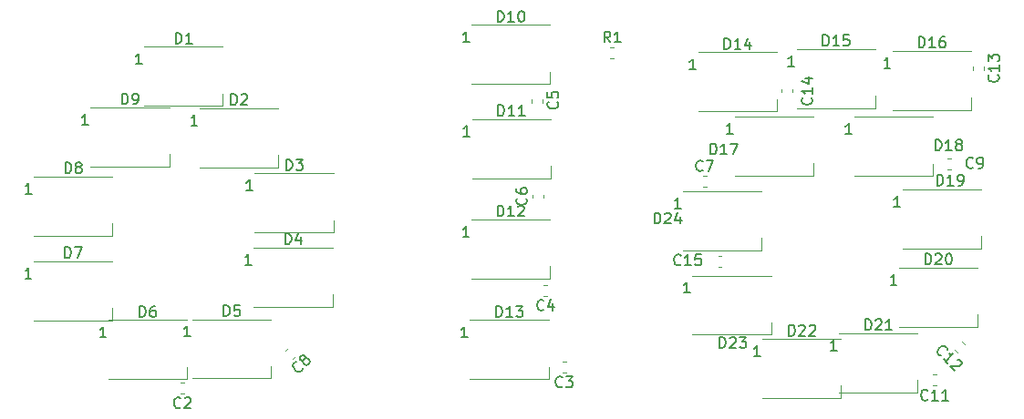
<source format=gbr>
%TF.GenerationSoftware,KiCad,Pcbnew,(5.1.6)-1*%
%TF.CreationDate,2020-12-18T17:10:49+11:00*%
%TF.ProjectId,HYD ISO Panel PCB V2,48594420-4953-44f2-9050-616e656c2050,rev?*%
%TF.SameCoordinates,Original*%
%TF.FileFunction,Legend,Top*%
%TF.FilePolarity,Positive*%
%FSLAX46Y46*%
G04 Gerber Fmt 4.6, Leading zero omitted, Abs format (unit mm)*
G04 Created by KiCad (PCBNEW (5.1.6)-1) date 2020-12-18 17:10:49*
%MOMM*%
%LPD*%
G01*
G04 APERTURE LIST*
%ADD10C,0.120000*%
%ADD11C,0.150000*%
G04 APERTURE END LIST*
D10*
%TO.C,R1*%
X131272161Y-66506820D02*
X131597719Y-66506820D01*
X131272161Y-65486820D02*
X131597719Y-65486820D01*
%TO.C,C15*%
X141274481Y-85930200D02*
X141600039Y-85930200D01*
X141274481Y-84910200D02*
X141600039Y-84910200D01*
%TO.C,C14*%
X147114800Y-69351841D02*
X147114800Y-69677399D01*
X148134800Y-69351841D02*
X148134800Y-69677399D01*
%TO.C,C13*%
X164960840Y-67266701D02*
X164960840Y-67592259D01*
X165980840Y-67266701D02*
X165980840Y-67592259D01*
%TO.C,C12*%
X164185760Y-93098891D02*
X163955555Y-92868686D01*
X163464511Y-93820140D02*
X163234306Y-93589935D01*
%TO.C,C11*%
X161541779Y-95918560D02*
X161216221Y-95918560D01*
X161541779Y-96938560D02*
X161216221Y-96938560D01*
%TO.C,C9*%
X162923339Y-75794140D02*
X162597781Y-75794140D01*
X162923339Y-76814140D02*
X162597781Y-76814140D01*
%TO.C,C8*%
X101318331Y-93461680D02*
X101088126Y-93691885D01*
X102039580Y-94182929D02*
X101809375Y-94413134D01*
%TO.C,C7*%
X139847201Y-78482920D02*
X140172759Y-78482920D01*
X139847201Y-77462920D02*
X140172759Y-77462920D01*
%TO.C,C6*%
X125020800Y-79507199D02*
X125020800Y-79181641D01*
X124000800Y-79507199D02*
X124000800Y-79181641D01*
%TO.C,C5*%
X124990320Y-70632439D02*
X124990320Y-70306881D01*
X123970320Y-70632439D02*
X123970320Y-70306881D01*
%TO.C,C4*%
X125410079Y-87559420D02*
X125084521Y-87559420D01*
X125410079Y-88579420D02*
X125084521Y-88579420D01*
%TO.C,C3*%
X127132399Y-94696820D02*
X126806841Y-94696820D01*
X127132399Y-95716820D02*
X126806841Y-95716820D01*
%TO.C,C2*%
X91691779Y-96647540D02*
X91366221Y-96647540D01*
X91691779Y-97667540D02*
X91366221Y-97667540D01*
%TO.C,D21*%
X152497600Y-92068000D02*
X159797600Y-92068000D01*
X152497600Y-97568000D02*
X159797600Y-97568000D01*
X159797600Y-97568000D02*
X159797600Y-96418000D01*
%TO.C,D22*%
X145397200Y-92601600D02*
X152697200Y-92601600D01*
X145397200Y-98101600D02*
X152697200Y-98101600D01*
X152697200Y-98101600D02*
X152697200Y-96951600D01*
%TO.C,D20*%
X158058000Y-85972000D02*
X165358000Y-85972000D01*
X158058000Y-91472000D02*
X165358000Y-91472000D01*
X165358000Y-91472000D02*
X165358000Y-90322000D01*
%TO.C,D23*%
X138883200Y-86708800D02*
X146183200Y-86708800D01*
X138883200Y-92208800D02*
X146183200Y-92208800D01*
X146183200Y-92208800D02*
X146183200Y-91058800D01*
%TO.C,D19*%
X158390400Y-78708000D02*
X165690400Y-78708000D01*
X158390400Y-84208000D02*
X165690400Y-84208000D01*
X165690400Y-84208000D02*
X165690400Y-83058000D01*
%TO.C,D24*%
X138019600Y-78860000D02*
X145319600Y-78860000D01*
X138019600Y-84360000D02*
X145319600Y-84360000D01*
X145319600Y-84360000D02*
X145319600Y-83210000D01*
%TO.C,D18*%
X153892400Y-71951200D02*
X161192400Y-71951200D01*
X153892400Y-77451200D02*
X161192400Y-77451200D01*
X161192400Y-77451200D02*
X161192400Y-76301200D01*
%TO.C,D17*%
X142857200Y-71926000D02*
X150157200Y-71926000D01*
X142857200Y-77426000D02*
X150157200Y-77426000D01*
X150157200Y-77426000D02*
X150157200Y-76276000D01*
%TO.C,D16*%
X157476000Y-65804400D02*
X164776000Y-65804400D01*
X157476000Y-71304400D02*
X164776000Y-71304400D01*
X164776000Y-71304400D02*
X164776000Y-70154400D01*
%TO.C,D15*%
X148558400Y-65652000D02*
X155858400Y-65652000D01*
X148558400Y-71152000D02*
X155858400Y-71152000D01*
X155858400Y-71152000D02*
X155858400Y-70002000D01*
%TO.C,D14*%
X139414400Y-65956800D02*
X146714400Y-65956800D01*
X139414400Y-71456800D02*
X146714400Y-71456800D01*
X146714400Y-71456800D02*
X146714400Y-70306800D01*
%TO.C,D13*%
X118230800Y-90848800D02*
X125530800Y-90848800D01*
X118230800Y-96348800D02*
X125530800Y-96348800D01*
X125530800Y-96348800D02*
X125530800Y-95198800D01*
%TO.C,D12*%
X118360000Y-81501600D02*
X125660000Y-81501600D01*
X118360000Y-87001600D02*
X125660000Y-87001600D01*
X125660000Y-87001600D02*
X125660000Y-85851600D01*
%TO.C,D11*%
X118410800Y-72154400D02*
X125710800Y-72154400D01*
X118410800Y-77654400D02*
X125710800Y-77654400D01*
X125710800Y-77654400D02*
X125710800Y-76504400D01*
%TO.C,D10*%
X118371600Y-63416800D02*
X125671600Y-63416800D01*
X118371600Y-68916800D02*
X125671600Y-68916800D01*
X125671600Y-68916800D02*
X125671600Y-67766800D01*
%TO.C,D9*%
X83003200Y-71087600D02*
X90303200Y-71087600D01*
X83003200Y-76587600D02*
X90303200Y-76587600D01*
X90303200Y-76587600D02*
X90303200Y-75437600D01*
%TO.C,D8*%
X77743200Y-77488800D02*
X85043200Y-77488800D01*
X77743200Y-82988800D02*
X85043200Y-82988800D01*
X85043200Y-82988800D02*
X85043200Y-81838800D01*
%TO.C,D7*%
X77720000Y-85362800D02*
X85020000Y-85362800D01*
X77720000Y-90862800D02*
X85020000Y-90862800D01*
X85020000Y-90862800D02*
X85020000Y-89712800D01*
%TO.C,D6*%
X84652000Y-90848800D02*
X91952000Y-90848800D01*
X84652000Y-96348800D02*
X91952000Y-96348800D01*
X91952000Y-96348800D02*
X91952000Y-95198800D01*
%TO.C,D5*%
X92463600Y-90772800D02*
X99763600Y-90772800D01*
X92463600Y-96272800D02*
X99763600Y-96272800D01*
X99763600Y-96272800D02*
X99763600Y-95122800D01*
%TO.C,D4*%
X98164800Y-84092400D02*
X105464800Y-84092400D01*
X98164800Y-89592400D02*
X105464800Y-89592400D01*
X105464800Y-89592400D02*
X105464800Y-88442400D01*
%TO.C,D3*%
X98254800Y-77209200D02*
X105554800Y-77209200D01*
X98254800Y-82709200D02*
X105554800Y-82709200D01*
X105554800Y-82709200D02*
X105554800Y-81559200D01*
%TO.C,D2*%
X93135600Y-71138400D02*
X100435600Y-71138400D01*
X93135600Y-76638400D02*
X100435600Y-76638400D01*
X100435600Y-76638400D02*
X100435600Y-75488400D01*
%TO.C,D1*%
X87981600Y-65448800D02*
X95281600Y-65448800D01*
X87981600Y-70948800D02*
X95281600Y-70948800D01*
X95281600Y-70948800D02*
X95281600Y-69798800D01*
%TO.C,R1*%
D11*
X131268273Y-65019200D02*
X130934940Y-64543010D01*
X130696844Y-65019200D02*
X130696844Y-64019200D01*
X131077797Y-64019200D01*
X131173035Y-64066820D01*
X131220654Y-64114439D01*
X131268273Y-64209677D01*
X131268273Y-64352534D01*
X131220654Y-64447772D01*
X131173035Y-64495391D01*
X131077797Y-64543010D01*
X130696844Y-64543010D01*
X132220654Y-65019200D02*
X131649225Y-65019200D01*
X131934940Y-65019200D02*
X131934940Y-64019200D01*
X131839701Y-64162058D01*
X131744463Y-64257296D01*
X131649225Y-64304915D01*
%TO.C,C15*%
X137807142Y-85657142D02*
X137759523Y-85704761D01*
X137616666Y-85752380D01*
X137521428Y-85752380D01*
X137378571Y-85704761D01*
X137283333Y-85609523D01*
X137235714Y-85514285D01*
X137188095Y-85323809D01*
X137188095Y-85180952D01*
X137235714Y-84990476D01*
X137283333Y-84895238D01*
X137378571Y-84800000D01*
X137521428Y-84752380D01*
X137616666Y-84752380D01*
X137759523Y-84800000D01*
X137807142Y-84847619D01*
X138759523Y-85752380D02*
X138188095Y-85752380D01*
X138473809Y-85752380D02*
X138473809Y-84752380D01*
X138378571Y-84895238D01*
X138283333Y-84990476D01*
X138188095Y-85038095D01*
X139664285Y-84752380D02*
X139188095Y-84752380D01*
X139140476Y-85228571D01*
X139188095Y-85180952D01*
X139283333Y-85133333D01*
X139521428Y-85133333D01*
X139616666Y-85180952D01*
X139664285Y-85228571D01*
X139711904Y-85323809D01*
X139711904Y-85561904D01*
X139664285Y-85657142D01*
X139616666Y-85704761D01*
X139521428Y-85752380D01*
X139283333Y-85752380D01*
X139188095Y-85704761D01*
X139140476Y-85657142D01*
%TO.C,C14*%
X149932142Y-70192857D02*
X149979761Y-70240476D01*
X150027380Y-70383333D01*
X150027380Y-70478571D01*
X149979761Y-70621428D01*
X149884523Y-70716666D01*
X149789285Y-70764285D01*
X149598809Y-70811904D01*
X149455952Y-70811904D01*
X149265476Y-70764285D01*
X149170238Y-70716666D01*
X149075000Y-70621428D01*
X149027380Y-70478571D01*
X149027380Y-70383333D01*
X149075000Y-70240476D01*
X149122619Y-70192857D01*
X150027380Y-69240476D02*
X150027380Y-69811904D01*
X150027380Y-69526190D02*
X149027380Y-69526190D01*
X149170238Y-69621428D01*
X149265476Y-69716666D01*
X149313095Y-69811904D01*
X149360714Y-68383333D02*
X150027380Y-68383333D01*
X148979761Y-68621428D02*
X149694047Y-68859523D01*
X149694047Y-68240476D01*
%TO.C,C13*%
X167257982Y-68072337D02*
X167305601Y-68119956D01*
X167353220Y-68262813D01*
X167353220Y-68358051D01*
X167305601Y-68500908D01*
X167210363Y-68596146D01*
X167115125Y-68643765D01*
X166924649Y-68691384D01*
X166781792Y-68691384D01*
X166591316Y-68643765D01*
X166496078Y-68596146D01*
X166400840Y-68500908D01*
X166353220Y-68358051D01*
X166353220Y-68262813D01*
X166400840Y-68119956D01*
X166448459Y-68072337D01*
X167353220Y-67119956D02*
X167353220Y-67691384D01*
X167353220Y-67405670D02*
X166353220Y-67405670D01*
X166496078Y-67500908D01*
X166591316Y-67596146D01*
X166638935Y-67691384D01*
X166353220Y-66786622D02*
X166353220Y-66167575D01*
X166734173Y-66500908D01*
X166734173Y-66358051D01*
X166781792Y-66262813D01*
X166829411Y-66215194D01*
X166924649Y-66167575D01*
X167162744Y-66167575D01*
X167257982Y-66215194D01*
X167305601Y-66262813D01*
X167353220Y-66358051D01*
X167353220Y-66643765D01*
X167305601Y-66739003D01*
X167257982Y-66786622D01*
%TO.C,C12*%
X161991763Y-94153545D02*
X161924419Y-94153545D01*
X161789732Y-94086201D01*
X161722389Y-94018858D01*
X161655045Y-93884171D01*
X161655045Y-93749484D01*
X161688717Y-93648469D01*
X161789732Y-93480110D01*
X161890747Y-93379095D01*
X162059106Y-93278079D01*
X162160121Y-93244408D01*
X162294808Y-93244408D01*
X162429495Y-93311751D01*
X162496839Y-93379095D01*
X162564182Y-93513782D01*
X162564182Y-93581125D01*
X162597854Y-94894324D02*
X162193793Y-94490263D01*
X162395824Y-94692293D02*
X163102931Y-93985186D01*
X162934572Y-94018858D01*
X162799885Y-94018858D01*
X162698870Y-93985186D01*
X163506992Y-94523934D02*
X163574335Y-94523934D01*
X163675350Y-94557606D01*
X163843709Y-94725965D01*
X163877381Y-94826980D01*
X163877381Y-94894324D01*
X163843709Y-94995339D01*
X163776366Y-95062682D01*
X163641679Y-95130026D01*
X162833557Y-95130026D01*
X163271289Y-95567759D01*
%TO.C,C11*%
X160736142Y-98215702D02*
X160688523Y-98263321D01*
X160545666Y-98310940D01*
X160450428Y-98310940D01*
X160307571Y-98263321D01*
X160212333Y-98168083D01*
X160164714Y-98072845D01*
X160117095Y-97882369D01*
X160117095Y-97739512D01*
X160164714Y-97549036D01*
X160212333Y-97453798D01*
X160307571Y-97358560D01*
X160450428Y-97310940D01*
X160545666Y-97310940D01*
X160688523Y-97358560D01*
X160736142Y-97406179D01*
X161688523Y-98310940D02*
X161117095Y-98310940D01*
X161402809Y-98310940D02*
X161402809Y-97310940D01*
X161307571Y-97453798D01*
X161212333Y-97549036D01*
X161117095Y-97596655D01*
X162640904Y-98310940D02*
X162069476Y-98310940D01*
X162355190Y-98310940D02*
X162355190Y-97310940D01*
X162259952Y-97453798D01*
X162164714Y-97549036D01*
X162069476Y-97596655D01*
%TO.C,C9*%
X164933333Y-76632142D02*
X164885714Y-76679761D01*
X164742857Y-76727380D01*
X164647619Y-76727380D01*
X164504761Y-76679761D01*
X164409523Y-76584523D01*
X164361904Y-76489285D01*
X164314285Y-76298809D01*
X164314285Y-76155952D01*
X164361904Y-75965476D01*
X164409523Y-75870238D01*
X164504761Y-75775000D01*
X164647619Y-75727380D01*
X164742857Y-75727380D01*
X164885714Y-75775000D01*
X164933333Y-75822619D01*
X165409523Y-76727380D02*
X165600000Y-76727380D01*
X165695238Y-76679761D01*
X165742857Y-76632142D01*
X165838095Y-76489285D01*
X165885714Y-76298809D01*
X165885714Y-75917857D01*
X165838095Y-75822619D01*
X165790476Y-75775000D01*
X165695238Y-75727380D01*
X165504761Y-75727380D01*
X165409523Y-75775000D01*
X165361904Y-75822619D01*
X165314285Y-75917857D01*
X165314285Y-76155952D01*
X165361904Y-76251190D01*
X165409523Y-76298809D01*
X165504761Y-76346428D01*
X165695238Y-76346428D01*
X165790476Y-76298809D01*
X165838095Y-76251190D01*
X165885714Y-76155952D01*
%TO.C,C8*%
X102709703Y-95318959D02*
X102709703Y-95386302D01*
X102642359Y-95520989D01*
X102575016Y-95588333D01*
X102440328Y-95655676D01*
X102305641Y-95655676D01*
X102204626Y-95622005D01*
X102036267Y-95520989D01*
X101935252Y-95419974D01*
X101834237Y-95251615D01*
X101800565Y-95150600D01*
X101800565Y-95015913D01*
X101867909Y-94881226D01*
X101935252Y-94813882D01*
X102069939Y-94746539D01*
X102137283Y-94746539D01*
X102777046Y-94578180D02*
X102676031Y-94611852D01*
X102608687Y-94611852D01*
X102507672Y-94578180D01*
X102474000Y-94544508D01*
X102440328Y-94443493D01*
X102440328Y-94376150D01*
X102474000Y-94275134D01*
X102608687Y-94140447D01*
X102709703Y-94106776D01*
X102777046Y-94106776D01*
X102878061Y-94140447D01*
X102911733Y-94174119D01*
X102945405Y-94275134D01*
X102945405Y-94342478D01*
X102911733Y-94443493D01*
X102777046Y-94578180D01*
X102743374Y-94679195D01*
X102743374Y-94746539D01*
X102777046Y-94847554D01*
X102911733Y-94982241D01*
X103012748Y-95015913D01*
X103080092Y-95015913D01*
X103181107Y-94982241D01*
X103315794Y-94847554D01*
X103349466Y-94746539D01*
X103349466Y-94679195D01*
X103315794Y-94578180D01*
X103181107Y-94443493D01*
X103080092Y-94409821D01*
X103012748Y-94409821D01*
X102911733Y-94443493D01*
%TO.C,C7*%
X139843313Y-76900062D02*
X139795694Y-76947681D01*
X139652837Y-76995300D01*
X139557599Y-76995300D01*
X139414741Y-76947681D01*
X139319503Y-76852443D01*
X139271884Y-76757205D01*
X139224265Y-76566729D01*
X139224265Y-76423872D01*
X139271884Y-76233396D01*
X139319503Y-76138158D01*
X139414741Y-76042920D01*
X139557599Y-75995300D01*
X139652837Y-75995300D01*
X139795694Y-76042920D01*
X139843313Y-76090539D01*
X140176646Y-75995300D02*
X140843313Y-75995300D01*
X140414741Y-76995300D01*
%TO.C,C6*%
X123437942Y-79511086D02*
X123485561Y-79558705D01*
X123533180Y-79701562D01*
X123533180Y-79796800D01*
X123485561Y-79939658D01*
X123390323Y-80034896D01*
X123295085Y-80082515D01*
X123104609Y-80130134D01*
X122961752Y-80130134D01*
X122771276Y-80082515D01*
X122676038Y-80034896D01*
X122580800Y-79939658D01*
X122533180Y-79796800D01*
X122533180Y-79701562D01*
X122580800Y-79558705D01*
X122628419Y-79511086D01*
X122533180Y-78653943D02*
X122533180Y-78844420D01*
X122580800Y-78939658D01*
X122628419Y-78987277D01*
X122771276Y-79082515D01*
X122961752Y-79130134D01*
X123342704Y-79130134D01*
X123437942Y-79082515D01*
X123485561Y-79034896D01*
X123533180Y-78939658D01*
X123533180Y-78749181D01*
X123485561Y-78653943D01*
X123437942Y-78606324D01*
X123342704Y-78558705D01*
X123104609Y-78558705D01*
X123009371Y-78606324D01*
X122961752Y-78653943D01*
X122914133Y-78749181D01*
X122914133Y-78939658D01*
X122961752Y-79034896D01*
X123009371Y-79082515D01*
X123104609Y-79130134D01*
%TO.C,C5*%
X126332142Y-70566666D02*
X126379761Y-70614285D01*
X126427380Y-70757142D01*
X126427380Y-70852380D01*
X126379761Y-70995238D01*
X126284523Y-71090476D01*
X126189285Y-71138095D01*
X125998809Y-71185714D01*
X125855952Y-71185714D01*
X125665476Y-71138095D01*
X125570238Y-71090476D01*
X125475000Y-70995238D01*
X125427380Y-70852380D01*
X125427380Y-70757142D01*
X125475000Y-70614285D01*
X125522619Y-70566666D01*
X125427380Y-69661904D02*
X125427380Y-70138095D01*
X125903571Y-70185714D01*
X125855952Y-70138095D01*
X125808333Y-70042857D01*
X125808333Y-69804761D01*
X125855952Y-69709523D01*
X125903571Y-69661904D01*
X125998809Y-69614285D01*
X126236904Y-69614285D01*
X126332142Y-69661904D01*
X126379761Y-69709523D01*
X126427380Y-69804761D01*
X126427380Y-70042857D01*
X126379761Y-70138095D01*
X126332142Y-70185714D01*
%TO.C,C4*%
X125080633Y-89856562D02*
X125033014Y-89904181D01*
X124890157Y-89951800D01*
X124794919Y-89951800D01*
X124652061Y-89904181D01*
X124556823Y-89808943D01*
X124509204Y-89713705D01*
X124461585Y-89523229D01*
X124461585Y-89380372D01*
X124509204Y-89189896D01*
X124556823Y-89094658D01*
X124652061Y-88999420D01*
X124794919Y-88951800D01*
X124890157Y-88951800D01*
X125033014Y-88999420D01*
X125080633Y-89047039D01*
X125937776Y-89285134D02*
X125937776Y-89951800D01*
X125699680Y-88904181D02*
X125461585Y-89618467D01*
X126080633Y-89618467D01*
%TO.C,C3*%
X126802953Y-96993962D02*
X126755334Y-97041581D01*
X126612477Y-97089200D01*
X126517239Y-97089200D01*
X126374381Y-97041581D01*
X126279143Y-96946343D01*
X126231524Y-96851105D01*
X126183905Y-96660629D01*
X126183905Y-96517772D01*
X126231524Y-96327296D01*
X126279143Y-96232058D01*
X126374381Y-96136820D01*
X126517239Y-96089200D01*
X126612477Y-96089200D01*
X126755334Y-96136820D01*
X126802953Y-96184439D01*
X127136286Y-96089200D02*
X127755334Y-96089200D01*
X127422000Y-96470153D01*
X127564858Y-96470153D01*
X127660096Y-96517772D01*
X127707715Y-96565391D01*
X127755334Y-96660629D01*
X127755334Y-96898724D01*
X127707715Y-96993962D01*
X127660096Y-97041581D01*
X127564858Y-97089200D01*
X127279143Y-97089200D01*
X127183905Y-97041581D01*
X127136286Y-96993962D01*
%TO.C,C2*%
X91362333Y-98944682D02*
X91314714Y-98992301D01*
X91171857Y-99039920D01*
X91076619Y-99039920D01*
X90933761Y-98992301D01*
X90838523Y-98897063D01*
X90790904Y-98801825D01*
X90743285Y-98611349D01*
X90743285Y-98468492D01*
X90790904Y-98278016D01*
X90838523Y-98182778D01*
X90933761Y-98087540D01*
X91076619Y-98039920D01*
X91171857Y-98039920D01*
X91314714Y-98087540D01*
X91362333Y-98135159D01*
X91743285Y-98135159D02*
X91790904Y-98087540D01*
X91886142Y-98039920D01*
X92124238Y-98039920D01*
X92219476Y-98087540D01*
X92267095Y-98135159D01*
X92314714Y-98230397D01*
X92314714Y-98325635D01*
X92267095Y-98468492D01*
X91695666Y-99039920D01*
X92314714Y-99039920D01*
%TO.C,D21*%
X154933314Y-91770380D02*
X154933314Y-90770380D01*
X155171409Y-90770380D01*
X155314266Y-90818000D01*
X155409504Y-90913238D01*
X155457123Y-91008476D01*
X155504742Y-91198952D01*
X155504742Y-91341809D01*
X155457123Y-91532285D01*
X155409504Y-91627523D01*
X155314266Y-91722761D01*
X155171409Y-91770380D01*
X154933314Y-91770380D01*
X155885695Y-90865619D02*
X155933314Y-90818000D01*
X156028552Y-90770380D01*
X156266647Y-90770380D01*
X156361885Y-90818000D01*
X156409504Y-90865619D01*
X156457123Y-90960857D01*
X156457123Y-91056095D01*
X156409504Y-91198952D01*
X155838076Y-91770380D01*
X156457123Y-91770380D01*
X157409504Y-91770380D02*
X156838076Y-91770380D01*
X157123790Y-91770380D02*
X157123790Y-90770380D01*
X157028552Y-90913238D01*
X156933314Y-91008476D01*
X156838076Y-91056095D01*
X152283314Y-93670380D02*
X151711885Y-93670380D01*
X151997600Y-93670380D02*
X151997600Y-92670380D01*
X151902361Y-92813238D01*
X151807123Y-92908476D01*
X151711885Y-92956095D01*
%TO.C,D22*%
X147832914Y-92303980D02*
X147832914Y-91303980D01*
X148071009Y-91303980D01*
X148213866Y-91351600D01*
X148309104Y-91446838D01*
X148356723Y-91542076D01*
X148404342Y-91732552D01*
X148404342Y-91875409D01*
X148356723Y-92065885D01*
X148309104Y-92161123D01*
X148213866Y-92256361D01*
X148071009Y-92303980D01*
X147832914Y-92303980D01*
X148785295Y-91399219D02*
X148832914Y-91351600D01*
X148928152Y-91303980D01*
X149166247Y-91303980D01*
X149261485Y-91351600D01*
X149309104Y-91399219D01*
X149356723Y-91494457D01*
X149356723Y-91589695D01*
X149309104Y-91732552D01*
X148737676Y-92303980D01*
X149356723Y-92303980D01*
X149737676Y-91399219D02*
X149785295Y-91351600D01*
X149880533Y-91303980D01*
X150118628Y-91303980D01*
X150213866Y-91351600D01*
X150261485Y-91399219D01*
X150309104Y-91494457D01*
X150309104Y-91589695D01*
X150261485Y-91732552D01*
X149690057Y-92303980D01*
X150309104Y-92303980D01*
X145182914Y-94203980D02*
X144611485Y-94203980D01*
X144897200Y-94203980D02*
X144897200Y-93203980D01*
X144801961Y-93346838D01*
X144706723Y-93442076D01*
X144611485Y-93489695D01*
%TO.C,D20*%
X160493714Y-85674380D02*
X160493714Y-84674380D01*
X160731809Y-84674380D01*
X160874666Y-84722000D01*
X160969904Y-84817238D01*
X161017523Y-84912476D01*
X161065142Y-85102952D01*
X161065142Y-85245809D01*
X161017523Y-85436285D01*
X160969904Y-85531523D01*
X160874666Y-85626761D01*
X160731809Y-85674380D01*
X160493714Y-85674380D01*
X161446095Y-84769619D02*
X161493714Y-84722000D01*
X161588952Y-84674380D01*
X161827047Y-84674380D01*
X161922285Y-84722000D01*
X161969904Y-84769619D01*
X162017523Y-84864857D01*
X162017523Y-84960095D01*
X161969904Y-85102952D01*
X161398476Y-85674380D01*
X162017523Y-85674380D01*
X162636571Y-84674380D02*
X162731809Y-84674380D01*
X162827047Y-84722000D01*
X162874666Y-84769619D01*
X162922285Y-84864857D01*
X162969904Y-85055333D01*
X162969904Y-85293428D01*
X162922285Y-85483904D01*
X162874666Y-85579142D01*
X162827047Y-85626761D01*
X162731809Y-85674380D01*
X162636571Y-85674380D01*
X162541333Y-85626761D01*
X162493714Y-85579142D01*
X162446095Y-85483904D01*
X162398476Y-85293428D01*
X162398476Y-85055333D01*
X162446095Y-84864857D01*
X162493714Y-84769619D01*
X162541333Y-84722000D01*
X162636571Y-84674380D01*
X157843714Y-87574380D02*
X157272285Y-87574380D01*
X157558000Y-87574380D02*
X157558000Y-86574380D01*
X157462761Y-86717238D01*
X157367523Y-86812476D01*
X157272285Y-86860095D01*
%TO.C,D23*%
X141410714Y-93427380D02*
X141410714Y-92427380D01*
X141648809Y-92427380D01*
X141791666Y-92475000D01*
X141886904Y-92570238D01*
X141934523Y-92665476D01*
X141982142Y-92855952D01*
X141982142Y-92998809D01*
X141934523Y-93189285D01*
X141886904Y-93284523D01*
X141791666Y-93379761D01*
X141648809Y-93427380D01*
X141410714Y-93427380D01*
X142363095Y-92522619D02*
X142410714Y-92475000D01*
X142505952Y-92427380D01*
X142744047Y-92427380D01*
X142839285Y-92475000D01*
X142886904Y-92522619D01*
X142934523Y-92617857D01*
X142934523Y-92713095D01*
X142886904Y-92855952D01*
X142315476Y-93427380D01*
X142934523Y-93427380D01*
X143267857Y-92427380D02*
X143886904Y-92427380D01*
X143553571Y-92808333D01*
X143696428Y-92808333D01*
X143791666Y-92855952D01*
X143839285Y-92903571D01*
X143886904Y-92998809D01*
X143886904Y-93236904D01*
X143839285Y-93332142D01*
X143791666Y-93379761D01*
X143696428Y-93427380D01*
X143410714Y-93427380D01*
X143315476Y-93379761D01*
X143267857Y-93332142D01*
X138668914Y-88311180D02*
X138097485Y-88311180D01*
X138383200Y-88311180D02*
X138383200Y-87311180D01*
X138287961Y-87454038D01*
X138192723Y-87549276D01*
X138097485Y-87596895D01*
%TO.C,D19*%
X161599714Y-78328780D02*
X161599714Y-77328780D01*
X161837809Y-77328780D01*
X161980666Y-77376400D01*
X162075904Y-77471638D01*
X162123523Y-77566876D01*
X162171142Y-77757352D01*
X162171142Y-77900209D01*
X162123523Y-78090685D01*
X162075904Y-78185923D01*
X161980666Y-78281161D01*
X161837809Y-78328780D01*
X161599714Y-78328780D01*
X163123523Y-78328780D02*
X162552095Y-78328780D01*
X162837809Y-78328780D02*
X162837809Y-77328780D01*
X162742571Y-77471638D01*
X162647333Y-77566876D01*
X162552095Y-77614495D01*
X163599714Y-78328780D02*
X163790190Y-78328780D01*
X163885428Y-78281161D01*
X163933047Y-78233542D01*
X164028285Y-78090685D01*
X164075904Y-77900209D01*
X164075904Y-77519257D01*
X164028285Y-77424019D01*
X163980666Y-77376400D01*
X163885428Y-77328780D01*
X163694952Y-77328780D01*
X163599714Y-77376400D01*
X163552095Y-77424019D01*
X163504476Y-77519257D01*
X163504476Y-77757352D01*
X163552095Y-77852590D01*
X163599714Y-77900209D01*
X163694952Y-77947828D01*
X163885428Y-77947828D01*
X163980666Y-77900209D01*
X164028285Y-77852590D01*
X164075904Y-77757352D01*
X158176114Y-80310380D02*
X157604685Y-80310380D01*
X157890400Y-80310380D02*
X157890400Y-79310380D01*
X157795161Y-79453238D01*
X157699923Y-79548476D01*
X157604685Y-79596095D01*
%TO.C,D24*%
X135360714Y-81877380D02*
X135360714Y-80877380D01*
X135598809Y-80877380D01*
X135741666Y-80925000D01*
X135836904Y-81020238D01*
X135884523Y-81115476D01*
X135932142Y-81305952D01*
X135932142Y-81448809D01*
X135884523Y-81639285D01*
X135836904Y-81734523D01*
X135741666Y-81829761D01*
X135598809Y-81877380D01*
X135360714Y-81877380D01*
X136313095Y-80972619D02*
X136360714Y-80925000D01*
X136455952Y-80877380D01*
X136694047Y-80877380D01*
X136789285Y-80925000D01*
X136836904Y-80972619D01*
X136884523Y-81067857D01*
X136884523Y-81163095D01*
X136836904Y-81305952D01*
X136265476Y-81877380D01*
X136884523Y-81877380D01*
X137741666Y-81210714D02*
X137741666Y-81877380D01*
X137503571Y-80829761D02*
X137265476Y-81544047D01*
X137884523Y-81544047D01*
X137805314Y-80462380D02*
X137233885Y-80462380D01*
X137519600Y-80462380D02*
X137519600Y-79462380D01*
X137424361Y-79605238D01*
X137329123Y-79700476D01*
X137233885Y-79748095D01*
%TO.C,D18*%
X161447314Y-75077580D02*
X161447314Y-74077580D01*
X161685409Y-74077580D01*
X161828266Y-74125200D01*
X161923504Y-74220438D01*
X161971123Y-74315676D01*
X162018742Y-74506152D01*
X162018742Y-74649009D01*
X161971123Y-74839485D01*
X161923504Y-74934723D01*
X161828266Y-75029961D01*
X161685409Y-75077580D01*
X161447314Y-75077580D01*
X162971123Y-75077580D02*
X162399695Y-75077580D01*
X162685409Y-75077580D02*
X162685409Y-74077580D01*
X162590171Y-74220438D01*
X162494933Y-74315676D01*
X162399695Y-74363295D01*
X163542552Y-74506152D02*
X163447314Y-74458533D01*
X163399695Y-74410914D01*
X163352076Y-74315676D01*
X163352076Y-74268057D01*
X163399695Y-74172819D01*
X163447314Y-74125200D01*
X163542552Y-74077580D01*
X163733028Y-74077580D01*
X163828266Y-74125200D01*
X163875885Y-74172819D01*
X163923504Y-74268057D01*
X163923504Y-74315676D01*
X163875885Y-74410914D01*
X163828266Y-74458533D01*
X163733028Y-74506152D01*
X163542552Y-74506152D01*
X163447314Y-74553771D01*
X163399695Y-74601390D01*
X163352076Y-74696628D01*
X163352076Y-74887104D01*
X163399695Y-74982342D01*
X163447314Y-75029961D01*
X163542552Y-75077580D01*
X163733028Y-75077580D01*
X163828266Y-75029961D01*
X163875885Y-74982342D01*
X163923504Y-74887104D01*
X163923504Y-74696628D01*
X163875885Y-74601390D01*
X163828266Y-74553771D01*
X163733028Y-74506152D01*
X153678114Y-73553580D02*
X153106685Y-73553580D01*
X153392400Y-73553580D02*
X153392400Y-72553580D01*
X153297161Y-72696438D01*
X153201923Y-72791676D01*
X153106685Y-72839295D01*
%TO.C,D17*%
X140568514Y-75433180D02*
X140568514Y-74433180D01*
X140806609Y-74433180D01*
X140949466Y-74480800D01*
X141044704Y-74576038D01*
X141092323Y-74671276D01*
X141139942Y-74861752D01*
X141139942Y-75004609D01*
X141092323Y-75195085D01*
X141044704Y-75290323D01*
X140949466Y-75385561D01*
X140806609Y-75433180D01*
X140568514Y-75433180D01*
X142092323Y-75433180D02*
X141520895Y-75433180D01*
X141806609Y-75433180D02*
X141806609Y-74433180D01*
X141711371Y-74576038D01*
X141616133Y-74671276D01*
X141520895Y-74718895D01*
X142425657Y-74433180D02*
X143092323Y-74433180D01*
X142663752Y-75433180D01*
X142642914Y-73528380D02*
X142071485Y-73528380D01*
X142357200Y-73528380D02*
X142357200Y-72528380D01*
X142261961Y-72671238D01*
X142166723Y-72766476D01*
X142071485Y-72814095D01*
%TO.C,D16*%
X159911714Y-65506780D02*
X159911714Y-64506780D01*
X160149809Y-64506780D01*
X160292666Y-64554400D01*
X160387904Y-64649638D01*
X160435523Y-64744876D01*
X160483142Y-64935352D01*
X160483142Y-65078209D01*
X160435523Y-65268685D01*
X160387904Y-65363923D01*
X160292666Y-65459161D01*
X160149809Y-65506780D01*
X159911714Y-65506780D01*
X161435523Y-65506780D02*
X160864095Y-65506780D01*
X161149809Y-65506780D02*
X161149809Y-64506780D01*
X161054571Y-64649638D01*
X160959333Y-64744876D01*
X160864095Y-64792495D01*
X162292666Y-64506780D02*
X162102190Y-64506780D01*
X162006952Y-64554400D01*
X161959333Y-64602019D01*
X161864095Y-64744876D01*
X161816476Y-64935352D01*
X161816476Y-65316304D01*
X161864095Y-65411542D01*
X161911714Y-65459161D01*
X162006952Y-65506780D01*
X162197428Y-65506780D01*
X162292666Y-65459161D01*
X162340285Y-65411542D01*
X162387904Y-65316304D01*
X162387904Y-65078209D01*
X162340285Y-64982971D01*
X162292666Y-64935352D01*
X162197428Y-64887733D01*
X162006952Y-64887733D01*
X161911714Y-64935352D01*
X161864095Y-64982971D01*
X161816476Y-65078209D01*
X157261714Y-67406780D02*
X156690285Y-67406780D01*
X156976000Y-67406780D02*
X156976000Y-66406780D01*
X156880761Y-66549638D01*
X156785523Y-66644876D01*
X156690285Y-66692495D01*
%TO.C,D15*%
X150994114Y-65354380D02*
X150994114Y-64354380D01*
X151232209Y-64354380D01*
X151375066Y-64402000D01*
X151470304Y-64497238D01*
X151517923Y-64592476D01*
X151565542Y-64782952D01*
X151565542Y-64925809D01*
X151517923Y-65116285D01*
X151470304Y-65211523D01*
X151375066Y-65306761D01*
X151232209Y-65354380D01*
X150994114Y-65354380D01*
X152517923Y-65354380D02*
X151946495Y-65354380D01*
X152232209Y-65354380D02*
X152232209Y-64354380D01*
X152136971Y-64497238D01*
X152041733Y-64592476D01*
X151946495Y-64640095D01*
X153422685Y-64354380D02*
X152946495Y-64354380D01*
X152898876Y-64830571D01*
X152946495Y-64782952D01*
X153041733Y-64735333D01*
X153279828Y-64735333D01*
X153375066Y-64782952D01*
X153422685Y-64830571D01*
X153470304Y-64925809D01*
X153470304Y-65163904D01*
X153422685Y-65259142D01*
X153375066Y-65306761D01*
X153279828Y-65354380D01*
X153041733Y-65354380D01*
X152946495Y-65306761D01*
X152898876Y-65259142D01*
X148344114Y-67254380D02*
X147772685Y-67254380D01*
X148058400Y-67254380D02*
X148058400Y-66254380D01*
X147963161Y-66397238D01*
X147867923Y-66492476D01*
X147772685Y-66540095D01*
%TO.C,D14*%
X141850114Y-65659180D02*
X141850114Y-64659180D01*
X142088209Y-64659180D01*
X142231066Y-64706800D01*
X142326304Y-64802038D01*
X142373923Y-64897276D01*
X142421542Y-65087752D01*
X142421542Y-65230609D01*
X142373923Y-65421085D01*
X142326304Y-65516323D01*
X142231066Y-65611561D01*
X142088209Y-65659180D01*
X141850114Y-65659180D01*
X143373923Y-65659180D02*
X142802495Y-65659180D01*
X143088209Y-65659180D02*
X143088209Y-64659180D01*
X142992971Y-64802038D01*
X142897733Y-64897276D01*
X142802495Y-64944895D01*
X144231066Y-64992514D02*
X144231066Y-65659180D01*
X143992971Y-64611561D02*
X143754876Y-65325847D01*
X144373923Y-65325847D01*
X139200114Y-67559180D02*
X138628685Y-67559180D01*
X138914400Y-67559180D02*
X138914400Y-66559180D01*
X138819161Y-66702038D01*
X138723923Y-66797276D01*
X138628685Y-66844895D01*
%TO.C,D13*%
X120666514Y-90551180D02*
X120666514Y-89551180D01*
X120904609Y-89551180D01*
X121047466Y-89598800D01*
X121142704Y-89694038D01*
X121190323Y-89789276D01*
X121237942Y-89979752D01*
X121237942Y-90122609D01*
X121190323Y-90313085D01*
X121142704Y-90408323D01*
X121047466Y-90503561D01*
X120904609Y-90551180D01*
X120666514Y-90551180D01*
X122190323Y-90551180D02*
X121618895Y-90551180D01*
X121904609Y-90551180D02*
X121904609Y-89551180D01*
X121809371Y-89694038D01*
X121714133Y-89789276D01*
X121618895Y-89836895D01*
X122523657Y-89551180D02*
X123142704Y-89551180D01*
X122809371Y-89932133D01*
X122952228Y-89932133D01*
X123047466Y-89979752D01*
X123095085Y-90027371D01*
X123142704Y-90122609D01*
X123142704Y-90360704D01*
X123095085Y-90455942D01*
X123047466Y-90503561D01*
X122952228Y-90551180D01*
X122666514Y-90551180D01*
X122571276Y-90503561D01*
X122523657Y-90455942D01*
X118016514Y-92451180D02*
X117445085Y-92451180D01*
X117730800Y-92451180D02*
X117730800Y-91451180D01*
X117635561Y-91594038D01*
X117540323Y-91689276D01*
X117445085Y-91736895D01*
%TO.C,D12*%
X120795714Y-81203980D02*
X120795714Y-80203980D01*
X121033809Y-80203980D01*
X121176666Y-80251600D01*
X121271904Y-80346838D01*
X121319523Y-80442076D01*
X121367142Y-80632552D01*
X121367142Y-80775409D01*
X121319523Y-80965885D01*
X121271904Y-81061123D01*
X121176666Y-81156361D01*
X121033809Y-81203980D01*
X120795714Y-81203980D01*
X122319523Y-81203980D02*
X121748095Y-81203980D01*
X122033809Y-81203980D02*
X122033809Y-80203980D01*
X121938571Y-80346838D01*
X121843333Y-80442076D01*
X121748095Y-80489695D01*
X122700476Y-80299219D02*
X122748095Y-80251600D01*
X122843333Y-80203980D01*
X123081428Y-80203980D01*
X123176666Y-80251600D01*
X123224285Y-80299219D01*
X123271904Y-80394457D01*
X123271904Y-80489695D01*
X123224285Y-80632552D01*
X122652857Y-81203980D01*
X123271904Y-81203980D01*
X118145714Y-83103980D02*
X117574285Y-83103980D01*
X117860000Y-83103980D02*
X117860000Y-82103980D01*
X117764761Y-82246838D01*
X117669523Y-82342076D01*
X117574285Y-82389695D01*
%TO.C,D11*%
X120846514Y-71856780D02*
X120846514Y-70856780D01*
X121084609Y-70856780D01*
X121227466Y-70904400D01*
X121322704Y-70999638D01*
X121370323Y-71094876D01*
X121417942Y-71285352D01*
X121417942Y-71428209D01*
X121370323Y-71618685D01*
X121322704Y-71713923D01*
X121227466Y-71809161D01*
X121084609Y-71856780D01*
X120846514Y-71856780D01*
X122370323Y-71856780D02*
X121798895Y-71856780D01*
X122084609Y-71856780D02*
X122084609Y-70856780D01*
X121989371Y-70999638D01*
X121894133Y-71094876D01*
X121798895Y-71142495D01*
X123322704Y-71856780D02*
X122751276Y-71856780D01*
X123036990Y-71856780D02*
X123036990Y-70856780D01*
X122941752Y-70999638D01*
X122846514Y-71094876D01*
X122751276Y-71142495D01*
X118196514Y-73756780D02*
X117625085Y-73756780D01*
X117910800Y-73756780D02*
X117910800Y-72756780D01*
X117815561Y-72899638D01*
X117720323Y-72994876D01*
X117625085Y-73042495D01*
%TO.C,D10*%
X120807314Y-63119180D02*
X120807314Y-62119180D01*
X121045409Y-62119180D01*
X121188266Y-62166800D01*
X121283504Y-62262038D01*
X121331123Y-62357276D01*
X121378742Y-62547752D01*
X121378742Y-62690609D01*
X121331123Y-62881085D01*
X121283504Y-62976323D01*
X121188266Y-63071561D01*
X121045409Y-63119180D01*
X120807314Y-63119180D01*
X122331123Y-63119180D02*
X121759695Y-63119180D01*
X122045409Y-63119180D02*
X122045409Y-62119180D01*
X121950171Y-62262038D01*
X121854933Y-62357276D01*
X121759695Y-62404895D01*
X122950171Y-62119180D02*
X123045409Y-62119180D01*
X123140647Y-62166800D01*
X123188266Y-62214419D01*
X123235885Y-62309657D01*
X123283504Y-62500133D01*
X123283504Y-62738228D01*
X123235885Y-62928704D01*
X123188266Y-63023942D01*
X123140647Y-63071561D01*
X123045409Y-63119180D01*
X122950171Y-63119180D01*
X122854933Y-63071561D01*
X122807314Y-63023942D01*
X122759695Y-62928704D01*
X122712076Y-62738228D01*
X122712076Y-62500133D01*
X122759695Y-62309657D01*
X122807314Y-62214419D01*
X122854933Y-62166800D01*
X122950171Y-62119180D01*
X118157314Y-65019180D02*
X117585885Y-65019180D01*
X117871600Y-65019180D02*
X117871600Y-64019180D01*
X117776361Y-64162038D01*
X117681123Y-64257276D01*
X117585885Y-64304895D01*
%TO.C,D9*%
X85915104Y-70789980D02*
X85915104Y-69789980D01*
X86153200Y-69789980D01*
X86296057Y-69837600D01*
X86391295Y-69932838D01*
X86438914Y-70028076D01*
X86486533Y-70218552D01*
X86486533Y-70361409D01*
X86438914Y-70551885D01*
X86391295Y-70647123D01*
X86296057Y-70742361D01*
X86153200Y-70789980D01*
X85915104Y-70789980D01*
X86962723Y-70789980D02*
X87153200Y-70789980D01*
X87248438Y-70742361D01*
X87296057Y-70694742D01*
X87391295Y-70551885D01*
X87438914Y-70361409D01*
X87438914Y-69980457D01*
X87391295Y-69885219D01*
X87343676Y-69837600D01*
X87248438Y-69789980D01*
X87057961Y-69789980D01*
X86962723Y-69837600D01*
X86915104Y-69885219D01*
X86867485Y-69980457D01*
X86867485Y-70218552D01*
X86915104Y-70313790D01*
X86962723Y-70361409D01*
X87057961Y-70409028D01*
X87248438Y-70409028D01*
X87343676Y-70361409D01*
X87391295Y-70313790D01*
X87438914Y-70218552D01*
X82788914Y-72689980D02*
X82217485Y-72689980D01*
X82503200Y-72689980D02*
X82503200Y-71689980D01*
X82407961Y-71832838D01*
X82312723Y-71928076D01*
X82217485Y-71975695D01*
%TO.C,D8*%
X80655104Y-77191180D02*
X80655104Y-76191180D01*
X80893200Y-76191180D01*
X81036057Y-76238800D01*
X81131295Y-76334038D01*
X81178914Y-76429276D01*
X81226533Y-76619752D01*
X81226533Y-76762609D01*
X81178914Y-76953085D01*
X81131295Y-77048323D01*
X81036057Y-77143561D01*
X80893200Y-77191180D01*
X80655104Y-77191180D01*
X81797961Y-76619752D02*
X81702723Y-76572133D01*
X81655104Y-76524514D01*
X81607485Y-76429276D01*
X81607485Y-76381657D01*
X81655104Y-76286419D01*
X81702723Y-76238800D01*
X81797961Y-76191180D01*
X81988438Y-76191180D01*
X82083676Y-76238800D01*
X82131295Y-76286419D01*
X82178914Y-76381657D01*
X82178914Y-76429276D01*
X82131295Y-76524514D01*
X82083676Y-76572133D01*
X81988438Y-76619752D01*
X81797961Y-76619752D01*
X81702723Y-76667371D01*
X81655104Y-76714990D01*
X81607485Y-76810228D01*
X81607485Y-77000704D01*
X81655104Y-77095942D01*
X81702723Y-77143561D01*
X81797961Y-77191180D01*
X81988438Y-77191180D01*
X82083676Y-77143561D01*
X82131295Y-77095942D01*
X82178914Y-77000704D01*
X82178914Y-76810228D01*
X82131295Y-76714990D01*
X82083676Y-76667371D01*
X81988438Y-76619752D01*
X77528914Y-79091180D02*
X76957485Y-79091180D01*
X77243200Y-79091180D02*
X77243200Y-78091180D01*
X77147961Y-78234038D01*
X77052723Y-78329276D01*
X76957485Y-78376895D01*
%TO.C,D7*%
X80631904Y-85065180D02*
X80631904Y-84065180D01*
X80870000Y-84065180D01*
X81012857Y-84112800D01*
X81108095Y-84208038D01*
X81155714Y-84303276D01*
X81203333Y-84493752D01*
X81203333Y-84636609D01*
X81155714Y-84827085D01*
X81108095Y-84922323D01*
X81012857Y-85017561D01*
X80870000Y-85065180D01*
X80631904Y-85065180D01*
X81536666Y-84065180D02*
X82203333Y-84065180D01*
X81774761Y-85065180D01*
X77505714Y-86965180D02*
X76934285Y-86965180D01*
X77220000Y-86965180D02*
X77220000Y-85965180D01*
X77124761Y-86108038D01*
X77029523Y-86203276D01*
X76934285Y-86250895D01*
%TO.C,D6*%
X87563904Y-90551180D02*
X87563904Y-89551180D01*
X87802000Y-89551180D01*
X87944857Y-89598800D01*
X88040095Y-89694038D01*
X88087714Y-89789276D01*
X88135333Y-89979752D01*
X88135333Y-90122609D01*
X88087714Y-90313085D01*
X88040095Y-90408323D01*
X87944857Y-90503561D01*
X87802000Y-90551180D01*
X87563904Y-90551180D01*
X88992476Y-89551180D02*
X88802000Y-89551180D01*
X88706761Y-89598800D01*
X88659142Y-89646419D01*
X88563904Y-89789276D01*
X88516285Y-89979752D01*
X88516285Y-90360704D01*
X88563904Y-90455942D01*
X88611523Y-90503561D01*
X88706761Y-90551180D01*
X88897238Y-90551180D01*
X88992476Y-90503561D01*
X89040095Y-90455942D01*
X89087714Y-90360704D01*
X89087714Y-90122609D01*
X89040095Y-90027371D01*
X88992476Y-89979752D01*
X88897238Y-89932133D01*
X88706761Y-89932133D01*
X88611523Y-89979752D01*
X88563904Y-90027371D01*
X88516285Y-90122609D01*
X84437714Y-92451180D02*
X83866285Y-92451180D01*
X84152000Y-92451180D02*
X84152000Y-91451180D01*
X84056761Y-91594038D01*
X83961523Y-91689276D01*
X83866285Y-91736895D01*
%TO.C,D5*%
X95375504Y-90475180D02*
X95375504Y-89475180D01*
X95613600Y-89475180D01*
X95756457Y-89522800D01*
X95851695Y-89618038D01*
X95899314Y-89713276D01*
X95946933Y-89903752D01*
X95946933Y-90046609D01*
X95899314Y-90237085D01*
X95851695Y-90332323D01*
X95756457Y-90427561D01*
X95613600Y-90475180D01*
X95375504Y-90475180D01*
X96851695Y-89475180D02*
X96375504Y-89475180D01*
X96327885Y-89951371D01*
X96375504Y-89903752D01*
X96470742Y-89856133D01*
X96708838Y-89856133D01*
X96804076Y-89903752D01*
X96851695Y-89951371D01*
X96899314Y-90046609D01*
X96899314Y-90284704D01*
X96851695Y-90379942D01*
X96804076Y-90427561D01*
X96708838Y-90475180D01*
X96470742Y-90475180D01*
X96375504Y-90427561D01*
X96327885Y-90379942D01*
X92249314Y-92375180D02*
X91677885Y-92375180D01*
X91963600Y-92375180D02*
X91963600Y-91375180D01*
X91868361Y-91518038D01*
X91773123Y-91613276D01*
X91677885Y-91660895D01*
%TO.C,D4*%
X101076704Y-83794780D02*
X101076704Y-82794780D01*
X101314800Y-82794780D01*
X101457657Y-82842400D01*
X101552895Y-82937638D01*
X101600514Y-83032876D01*
X101648133Y-83223352D01*
X101648133Y-83366209D01*
X101600514Y-83556685D01*
X101552895Y-83651923D01*
X101457657Y-83747161D01*
X101314800Y-83794780D01*
X101076704Y-83794780D01*
X102505276Y-83128114D02*
X102505276Y-83794780D01*
X102267180Y-82747161D02*
X102029085Y-83461447D01*
X102648133Y-83461447D01*
X97950514Y-85694780D02*
X97379085Y-85694780D01*
X97664800Y-85694780D02*
X97664800Y-84694780D01*
X97569561Y-84837638D01*
X97474323Y-84932876D01*
X97379085Y-84980495D01*
%TO.C,D3*%
X101166704Y-76911580D02*
X101166704Y-75911580D01*
X101404800Y-75911580D01*
X101547657Y-75959200D01*
X101642895Y-76054438D01*
X101690514Y-76149676D01*
X101738133Y-76340152D01*
X101738133Y-76483009D01*
X101690514Y-76673485D01*
X101642895Y-76768723D01*
X101547657Y-76863961D01*
X101404800Y-76911580D01*
X101166704Y-76911580D01*
X102071466Y-75911580D02*
X102690514Y-75911580D01*
X102357180Y-76292533D01*
X102500038Y-76292533D01*
X102595276Y-76340152D01*
X102642895Y-76387771D01*
X102690514Y-76483009D01*
X102690514Y-76721104D01*
X102642895Y-76816342D01*
X102595276Y-76863961D01*
X102500038Y-76911580D01*
X102214323Y-76911580D01*
X102119085Y-76863961D01*
X102071466Y-76816342D01*
X98040514Y-78811580D02*
X97469085Y-78811580D01*
X97754800Y-78811580D02*
X97754800Y-77811580D01*
X97659561Y-77954438D01*
X97564323Y-78049676D01*
X97469085Y-78097295D01*
%TO.C,D2*%
X96047504Y-70840780D02*
X96047504Y-69840780D01*
X96285600Y-69840780D01*
X96428457Y-69888400D01*
X96523695Y-69983638D01*
X96571314Y-70078876D01*
X96618933Y-70269352D01*
X96618933Y-70412209D01*
X96571314Y-70602685D01*
X96523695Y-70697923D01*
X96428457Y-70793161D01*
X96285600Y-70840780D01*
X96047504Y-70840780D01*
X96999885Y-69936019D02*
X97047504Y-69888400D01*
X97142742Y-69840780D01*
X97380838Y-69840780D01*
X97476076Y-69888400D01*
X97523695Y-69936019D01*
X97571314Y-70031257D01*
X97571314Y-70126495D01*
X97523695Y-70269352D01*
X96952266Y-70840780D01*
X97571314Y-70840780D01*
X92921314Y-72740780D02*
X92349885Y-72740780D01*
X92635600Y-72740780D02*
X92635600Y-71740780D01*
X92540361Y-71883638D01*
X92445123Y-71978876D01*
X92349885Y-72026495D01*
%TO.C,D1*%
X90893504Y-65151180D02*
X90893504Y-64151180D01*
X91131600Y-64151180D01*
X91274457Y-64198800D01*
X91369695Y-64294038D01*
X91417314Y-64389276D01*
X91464933Y-64579752D01*
X91464933Y-64722609D01*
X91417314Y-64913085D01*
X91369695Y-65008323D01*
X91274457Y-65103561D01*
X91131600Y-65151180D01*
X90893504Y-65151180D01*
X92417314Y-65151180D02*
X91845885Y-65151180D01*
X92131600Y-65151180D02*
X92131600Y-64151180D01*
X92036361Y-64294038D01*
X91941123Y-64389276D01*
X91845885Y-64436895D01*
X87767314Y-67051180D02*
X87195885Y-67051180D01*
X87481600Y-67051180D02*
X87481600Y-66051180D01*
X87386361Y-66194038D01*
X87291123Y-66289276D01*
X87195885Y-66336895D01*
%TD*%
M02*

</source>
